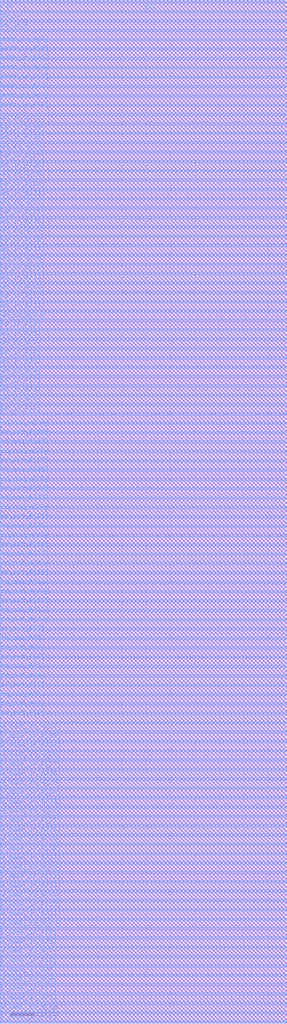
<source format=lef>
# Generated by FakeRAM 2.0
VERSION 5.7 ;
BUSBITCHARS "[]" ;
PROPERTYDEFINITIONS
  MACRO width INTEGER ;
  MACRO depth INTEGER ;
  MACRO banks INTEGER ;
END PROPERTYDEFINITIONS
MACRO fakeram7_dp_256x32
  PROPERTY width 32 ;
  PROPERTY depth 256 ;
  PROPERTY banks 2 ;
  FOREIGN fakeram7_dp_256x32 0 0 ;
  SYMMETRY X Y ;
  SIZE 11.780 BY 42.000 ;
  CLASS BLOCK ;
  PIN w_mask_in_A[0]
    DIRECTION INPUT ;
    USE SIGNAL ;
    SHAPE ABUTMENT ;
    PORT
      LAYER M4 ;
      RECT 0.000 0.048 0.024 0.072 ;
    END
  END w_mask_in_A[0]
  PIN w_mask_in_B[0]
    DIRECTION INPUT ;
    USE SIGNAL ;
    SHAPE ABUTMENT ;
    PORT
      LAYER M4 ;
      RECT 11.756 0.048 11.780 0.072 ;
    END
  END w_mask_in_B[0]
  PIN w_mask_in_A[1]
    DIRECTION INPUT ;
    USE SIGNAL ;
    SHAPE ABUTMENT ;
    PORT
      LAYER M4 ;
      RECT 0.000 0.432 0.024 0.456 ;
    END
  END w_mask_in_A[1]
  PIN w_mask_in_B[1]
    DIRECTION INPUT ;
    USE SIGNAL ;
    SHAPE ABUTMENT ;
    PORT
      LAYER M4 ;
      RECT 11.756 0.432 11.780 0.456 ;
    END
  END w_mask_in_B[1]
  PIN w_mask_in_A[2]
    DIRECTION INPUT ;
    USE SIGNAL ;
    SHAPE ABUTMENT ;
    PORT
      LAYER M4 ;
      RECT 0.000 0.816 0.024 0.840 ;
    END
  END w_mask_in_A[2]
  PIN w_mask_in_B[2]
    DIRECTION INPUT ;
    USE SIGNAL ;
    SHAPE ABUTMENT ;
    PORT
      LAYER M4 ;
      RECT 11.756 0.816 11.780 0.840 ;
    END
  END w_mask_in_B[2]
  PIN w_mask_in_A[3]
    DIRECTION INPUT ;
    USE SIGNAL ;
    SHAPE ABUTMENT ;
    PORT
      LAYER M4 ;
      RECT 0.000 1.200 0.024 1.224 ;
    END
  END w_mask_in_A[3]
  PIN w_mask_in_B[3]
    DIRECTION INPUT ;
    USE SIGNAL ;
    SHAPE ABUTMENT ;
    PORT
      LAYER M4 ;
      RECT 11.756 1.200 11.780 1.224 ;
    END
  END w_mask_in_B[3]
  PIN w_mask_in_A[4]
    DIRECTION INPUT ;
    USE SIGNAL ;
    SHAPE ABUTMENT ;
    PORT
      LAYER M4 ;
      RECT 0.000 1.584 0.024 1.608 ;
    END
  END w_mask_in_A[4]
  PIN w_mask_in_B[4]
    DIRECTION INPUT ;
    USE SIGNAL ;
    SHAPE ABUTMENT ;
    PORT
      LAYER M4 ;
      RECT 11.756 1.584 11.780 1.608 ;
    END
  END w_mask_in_B[4]
  PIN w_mask_in_A[5]
    DIRECTION INPUT ;
    USE SIGNAL ;
    SHAPE ABUTMENT ;
    PORT
      LAYER M4 ;
      RECT 0.000 1.968 0.024 1.992 ;
    END
  END w_mask_in_A[5]
  PIN w_mask_in_B[5]
    DIRECTION INPUT ;
    USE SIGNAL ;
    SHAPE ABUTMENT ;
    PORT
      LAYER M4 ;
      RECT 11.756 1.968 11.780 1.992 ;
    END
  END w_mask_in_B[5]
  PIN w_mask_in_A[6]
    DIRECTION INPUT ;
    USE SIGNAL ;
    SHAPE ABUTMENT ;
    PORT
      LAYER M4 ;
      RECT 0.000 2.352 0.024 2.376 ;
    END
  END w_mask_in_A[6]
  PIN w_mask_in_B[6]
    DIRECTION INPUT ;
    USE SIGNAL ;
    SHAPE ABUTMENT ;
    PORT
      LAYER M4 ;
      RECT 11.756 2.352 11.780 2.376 ;
    END
  END w_mask_in_B[6]
  PIN w_mask_in_A[7]
    DIRECTION INPUT ;
    USE SIGNAL ;
    SHAPE ABUTMENT ;
    PORT
      LAYER M4 ;
      RECT 0.000 2.736 0.024 2.760 ;
    END
  END w_mask_in_A[7]
  PIN w_mask_in_B[7]
    DIRECTION INPUT ;
    USE SIGNAL ;
    SHAPE ABUTMENT ;
    PORT
      LAYER M4 ;
      RECT 11.756 2.736 11.780 2.760 ;
    END
  END w_mask_in_B[7]
  PIN w_mask_in_A[8]
    DIRECTION INPUT ;
    USE SIGNAL ;
    SHAPE ABUTMENT ;
    PORT
      LAYER M4 ;
      RECT 0.000 3.120 0.024 3.144 ;
    END
  END w_mask_in_A[8]
  PIN w_mask_in_B[8]
    DIRECTION INPUT ;
    USE SIGNAL ;
    SHAPE ABUTMENT ;
    PORT
      LAYER M4 ;
      RECT 11.756 3.120 11.780 3.144 ;
    END
  END w_mask_in_B[8]
  PIN w_mask_in_A[9]
    DIRECTION INPUT ;
    USE SIGNAL ;
    SHAPE ABUTMENT ;
    PORT
      LAYER M4 ;
      RECT 0.000 3.504 0.024 3.528 ;
    END
  END w_mask_in_A[9]
  PIN w_mask_in_B[9]
    DIRECTION INPUT ;
    USE SIGNAL ;
    SHAPE ABUTMENT ;
    PORT
      LAYER M4 ;
      RECT 11.756 3.504 11.780 3.528 ;
    END
  END w_mask_in_B[9]
  PIN w_mask_in_A[10]
    DIRECTION INPUT ;
    USE SIGNAL ;
    SHAPE ABUTMENT ;
    PORT
      LAYER M4 ;
      RECT 0.000 3.888 0.024 3.912 ;
    END
  END w_mask_in_A[10]
  PIN w_mask_in_B[10]
    DIRECTION INPUT ;
    USE SIGNAL ;
    SHAPE ABUTMENT ;
    PORT
      LAYER M4 ;
      RECT 11.756 3.888 11.780 3.912 ;
    END
  END w_mask_in_B[10]
  PIN w_mask_in_A[11]
    DIRECTION INPUT ;
    USE SIGNAL ;
    SHAPE ABUTMENT ;
    PORT
      LAYER M4 ;
      RECT 0.000 4.272 0.024 4.296 ;
    END
  END w_mask_in_A[11]
  PIN w_mask_in_B[11]
    DIRECTION INPUT ;
    USE SIGNAL ;
    SHAPE ABUTMENT ;
    PORT
      LAYER M4 ;
      RECT 11.756 4.272 11.780 4.296 ;
    END
  END w_mask_in_B[11]
  PIN w_mask_in_A[12]
    DIRECTION INPUT ;
    USE SIGNAL ;
    SHAPE ABUTMENT ;
    PORT
      LAYER M4 ;
      RECT 0.000 4.656 0.024 4.680 ;
    END
  END w_mask_in_A[12]
  PIN w_mask_in_B[12]
    DIRECTION INPUT ;
    USE SIGNAL ;
    SHAPE ABUTMENT ;
    PORT
      LAYER M4 ;
      RECT 11.756 4.656 11.780 4.680 ;
    END
  END w_mask_in_B[12]
  PIN w_mask_in_A[13]
    DIRECTION INPUT ;
    USE SIGNAL ;
    SHAPE ABUTMENT ;
    PORT
      LAYER M4 ;
      RECT 0.000 5.040 0.024 5.064 ;
    END
  END w_mask_in_A[13]
  PIN w_mask_in_B[13]
    DIRECTION INPUT ;
    USE SIGNAL ;
    SHAPE ABUTMENT ;
    PORT
      LAYER M4 ;
      RECT 11.756 5.040 11.780 5.064 ;
    END
  END w_mask_in_B[13]
  PIN w_mask_in_A[14]
    DIRECTION INPUT ;
    USE SIGNAL ;
    SHAPE ABUTMENT ;
    PORT
      LAYER M4 ;
      RECT 0.000 5.424 0.024 5.448 ;
    END
  END w_mask_in_A[14]
  PIN w_mask_in_B[14]
    DIRECTION INPUT ;
    USE SIGNAL ;
    SHAPE ABUTMENT ;
    PORT
      LAYER M4 ;
      RECT 11.756 5.424 11.780 5.448 ;
    END
  END w_mask_in_B[14]
  PIN w_mask_in_A[15]
    DIRECTION INPUT ;
    USE SIGNAL ;
    SHAPE ABUTMENT ;
    PORT
      LAYER M4 ;
      RECT 0.000 5.808 0.024 5.832 ;
    END
  END w_mask_in_A[15]
  PIN w_mask_in_B[15]
    DIRECTION INPUT ;
    USE SIGNAL ;
    SHAPE ABUTMENT ;
    PORT
      LAYER M4 ;
      RECT 11.756 5.808 11.780 5.832 ;
    END
  END w_mask_in_B[15]
  PIN w_mask_in_A[16]
    DIRECTION INPUT ;
    USE SIGNAL ;
    SHAPE ABUTMENT ;
    PORT
      LAYER M4 ;
      RECT 0.000 6.192 0.024 6.216 ;
    END
  END w_mask_in_A[16]
  PIN w_mask_in_B[16]
    DIRECTION INPUT ;
    USE SIGNAL ;
    SHAPE ABUTMENT ;
    PORT
      LAYER M4 ;
      RECT 11.756 6.192 11.780 6.216 ;
    END
  END w_mask_in_B[16]
  PIN w_mask_in_A[17]
    DIRECTION INPUT ;
    USE SIGNAL ;
    SHAPE ABUTMENT ;
    PORT
      LAYER M4 ;
      RECT 0.000 6.576 0.024 6.600 ;
    END
  END w_mask_in_A[17]
  PIN w_mask_in_B[17]
    DIRECTION INPUT ;
    USE SIGNAL ;
    SHAPE ABUTMENT ;
    PORT
      LAYER M4 ;
      RECT 11.756 6.576 11.780 6.600 ;
    END
  END w_mask_in_B[17]
  PIN w_mask_in_A[18]
    DIRECTION INPUT ;
    USE SIGNAL ;
    SHAPE ABUTMENT ;
    PORT
      LAYER M4 ;
      RECT 0.000 6.960 0.024 6.984 ;
    END
  END w_mask_in_A[18]
  PIN w_mask_in_B[18]
    DIRECTION INPUT ;
    USE SIGNAL ;
    SHAPE ABUTMENT ;
    PORT
      LAYER M4 ;
      RECT 11.756 6.960 11.780 6.984 ;
    END
  END w_mask_in_B[18]
  PIN w_mask_in_A[19]
    DIRECTION INPUT ;
    USE SIGNAL ;
    SHAPE ABUTMENT ;
    PORT
      LAYER M4 ;
      RECT 0.000 7.344 0.024 7.368 ;
    END
  END w_mask_in_A[19]
  PIN w_mask_in_B[19]
    DIRECTION INPUT ;
    USE SIGNAL ;
    SHAPE ABUTMENT ;
    PORT
      LAYER M4 ;
      RECT 11.756 7.344 11.780 7.368 ;
    END
  END w_mask_in_B[19]
  PIN w_mask_in_A[20]
    DIRECTION INPUT ;
    USE SIGNAL ;
    SHAPE ABUTMENT ;
    PORT
      LAYER M4 ;
      RECT 0.000 7.728 0.024 7.752 ;
    END
  END w_mask_in_A[20]
  PIN w_mask_in_B[20]
    DIRECTION INPUT ;
    USE SIGNAL ;
    SHAPE ABUTMENT ;
    PORT
      LAYER M4 ;
      RECT 11.756 7.728 11.780 7.752 ;
    END
  END w_mask_in_B[20]
  PIN w_mask_in_A[21]
    DIRECTION INPUT ;
    USE SIGNAL ;
    SHAPE ABUTMENT ;
    PORT
      LAYER M4 ;
      RECT 0.000 8.112 0.024 8.136 ;
    END
  END w_mask_in_A[21]
  PIN w_mask_in_B[21]
    DIRECTION INPUT ;
    USE SIGNAL ;
    SHAPE ABUTMENT ;
    PORT
      LAYER M4 ;
      RECT 11.756 8.112 11.780 8.136 ;
    END
  END w_mask_in_B[21]
  PIN w_mask_in_A[22]
    DIRECTION INPUT ;
    USE SIGNAL ;
    SHAPE ABUTMENT ;
    PORT
      LAYER M4 ;
      RECT 0.000 8.496 0.024 8.520 ;
    END
  END w_mask_in_A[22]
  PIN w_mask_in_B[22]
    DIRECTION INPUT ;
    USE SIGNAL ;
    SHAPE ABUTMENT ;
    PORT
      LAYER M4 ;
      RECT 11.756 8.496 11.780 8.520 ;
    END
  END w_mask_in_B[22]
  PIN w_mask_in_A[23]
    DIRECTION INPUT ;
    USE SIGNAL ;
    SHAPE ABUTMENT ;
    PORT
      LAYER M4 ;
      RECT 0.000 8.880 0.024 8.904 ;
    END
  END w_mask_in_A[23]
  PIN w_mask_in_B[23]
    DIRECTION INPUT ;
    USE SIGNAL ;
    SHAPE ABUTMENT ;
    PORT
      LAYER M4 ;
      RECT 11.756 8.880 11.780 8.904 ;
    END
  END w_mask_in_B[23]
  PIN w_mask_in_A[24]
    DIRECTION INPUT ;
    USE SIGNAL ;
    SHAPE ABUTMENT ;
    PORT
      LAYER M4 ;
      RECT 0.000 9.264 0.024 9.288 ;
    END
  END w_mask_in_A[24]
  PIN w_mask_in_B[24]
    DIRECTION INPUT ;
    USE SIGNAL ;
    SHAPE ABUTMENT ;
    PORT
      LAYER M4 ;
      RECT 11.756 9.264 11.780 9.288 ;
    END
  END w_mask_in_B[24]
  PIN w_mask_in_A[25]
    DIRECTION INPUT ;
    USE SIGNAL ;
    SHAPE ABUTMENT ;
    PORT
      LAYER M4 ;
      RECT 0.000 9.648 0.024 9.672 ;
    END
  END w_mask_in_A[25]
  PIN w_mask_in_B[25]
    DIRECTION INPUT ;
    USE SIGNAL ;
    SHAPE ABUTMENT ;
    PORT
      LAYER M4 ;
      RECT 11.756 9.648 11.780 9.672 ;
    END
  END w_mask_in_B[25]
  PIN w_mask_in_A[26]
    DIRECTION INPUT ;
    USE SIGNAL ;
    SHAPE ABUTMENT ;
    PORT
      LAYER M4 ;
      RECT 0.000 10.032 0.024 10.056 ;
    END
  END w_mask_in_A[26]
  PIN w_mask_in_B[26]
    DIRECTION INPUT ;
    USE SIGNAL ;
    SHAPE ABUTMENT ;
    PORT
      LAYER M4 ;
      RECT 11.756 10.032 11.780 10.056 ;
    END
  END w_mask_in_B[26]
  PIN w_mask_in_A[27]
    DIRECTION INPUT ;
    USE SIGNAL ;
    SHAPE ABUTMENT ;
    PORT
      LAYER M4 ;
      RECT 0.000 10.416 0.024 10.440 ;
    END
  END w_mask_in_A[27]
  PIN w_mask_in_B[27]
    DIRECTION INPUT ;
    USE SIGNAL ;
    SHAPE ABUTMENT ;
    PORT
      LAYER M4 ;
      RECT 11.756 10.416 11.780 10.440 ;
    END
  END w_mask_in_B[27]
  PIN w_mask_in_A[28]
    DIRECTION INPUT ;
    USE SIGNAL ;
    SHAPE ABUTMENT ;
    PORT
      LAYER M4 ;
      RECT 0.000 10.800 0.024 10.824 ;
    END
  END w_mask_in_A[28]
  PIN w_mask_in_B[28]
    DIRECTION INPUT ;
    USE SIGNAL ;
    SHAPE ABUTMENT ;
    PORT
      LAYER M4 ;
      RECT 11.756 10.800 11.780 10.824 ;
    END
  END w_mask_in_B[28]
  PIN w_mask_in_A[29]
    DIRECTION INPUT ;
    USE SIGNAL ;
    SHAPE ABUTMENT ;
    PORT
      LAYER M4 ;
      RECT 0.000 11.184 0.024 11.208 ;
    END
  END w_mask_in_A[29]
  PIN w_mask_in_B[29]
    DIRECTION INPUT ;
    USE SIGNAL ;
    SHAPE ABUTMENT ;
    PORT
      LAYER M4 ;
      RECT 11.756 11.184 11.780 11.208 ;
    END
  END w_mask_in_B[29]
  PIN w_mask_in_A[30]
    DIRECTION INPUT ;
    USE SIGNAL ;
    SHAPE ABUTMENT ;
    PORT
      LAYER M4 ;
      RECT 0.000 11.568 0.024 11.592 ;
    END
  END w_mask_in_A[30]
  PIN w_mask_in_B[30]
    DIRECTION INPUT ;
    USE SIGNAL ;
    SHAPE ABUTMENT ;
    PORT
      LAYER M4 ;
      RECT 11.756 11.568 11.780 11.592 ;
    END
  END w_mask_in_B[30]
  PIN w_mask_in_A[31]
    DIRECTION INPUT ;
    USE SIGNAL ;
    SHAPE ABUTMENT ;
    PORT
      LAYER M4 ;
      RECT 0.000 11.952 0.024 11.976 ;
    END
  END w_mask_in_A[31]
  PIN w_mask_in_B[31]
    DIRECTION INPUT ;
    USE SIGNAL ;
    SHAPE ABUTMENT ;
    PORT
      LAYER M4 ;
      RECT 11.756 11.952 11.780 11.976 ;
    END
  END w_mask_in_B[31]
  PIN rd_out_A[0]
    DIRECTION OUTPUT ;
    USE SIGNAL ;
    SHAPE ABUTMENT ;
    PORT
      LAYER M4 ;
      RECT 0.000 12.528 0.024 12.552 ;
    END
  END rd_out_A[0]
  PIN rd_out_B[0]
    DIRECTION OUTPUT ;
    USE SIGNAL ;
    SHAPE ABUTMENT ;
    PORT
      LAYER M4 ;
      RECT 11.756 12.528 11.780 12.552 ;
    END
  END rd_out_B[0]
  PIN rd_out_A[1]
    DIRECTION OUTPUT ;
    USE SIGNAL ;
    SHAPE ABUTMENT ;
    PORT
      LAYER M4 ;
      RECT 0.000 12.912 0.024 12.936 ;
    END
  END rd_out_A[1]
  PIN rd_out_B[1]
    DIRECTION OUTPUT ;
    USE SIGNAL ;
    SHAPE ABUTMENT ;
    PORT
      LAYER M4 ;
      RECT 11.756 12.912 11.780 12.936 ;
    END
  END rd_out_B[1]
  PIN rd_out_A[2]
    DIRECTION OUTPUT ;
    USE SIGNAL ;
    SHAPE ABUTMENT ;
    PORT
      LAYER M4 ;
      RECT 0.000 13.296 0.024 13.320 ;
    END
  END rd_out_A[2]
  PIN rd_out_B[2]
    DIRECTION OUTPUT ;
    USE SIGNAL ;
    SHAPE ABUTMENT ;
    PORT
      LAYER M4 ;
      RECT 11.756 13.296 11.780 13.320 ;
    END
  END rd_out_B[2]
  PIN rd_out_A[3]
    DIRECTION OUTPUT ;
    USE SIGNAL ;
    SHAPE ABUTMENT ;
    PORT
      LAYER M4 ;
      RECT 0.000 13.680 0.024 13.704 ;
    END
  END rd_out_A[3]
  PIN rd_out_B[3]
    DIRECTION OUTPUT ;
    USE SIGNAL ;
    SHAPE ABUTMENT ;
    PORT
      LAYER M4 ;
      RECT 11.756 13.680 11.780 13.704 ;
    END
  END rd_out_B[3]
  PIN rd_out_A[4]
    DIRECTION OUTPUT ;
    USE SIGNAL ;
    SHAPE ABUTMENT ;
    PORT
      LAYER M4 ;
      RECT 0.000 14.064 0.024 14.088 ;
    END
  END rd_out_A[4]
  PIN rd_out_B[4]
    DIRECTION OUTPUT ;
    USE SIGNAL ;
    SHAPE ABUTMENT ;
    PORT
      LAYER M4 ;
      RECT 11.756 14.064 11.780 14.088 ;
    END
  END rd_out_B[4]
  PIN rd_out_A[5]
    DIRECTION OUTPUT ;
    USE SIGNAL ;
    SHAPE ABUTMENT ;
    PORT
      LAYER M4 ;
      RECT 0.000 14.448 0.024 14.472 ;
    END
  END rd_out_A[5]
  PIN rd_out_B[5]
    DIRECTION OUTPUT ;
    USE SIGNAL ;
    SHAPE ABUTMENT ;
    PORT
      LAYER M4 ;
      RECT 11.756 14.448 11.780 14.472 ;
    END
  END rd_out_B[5]
  PIN rd_out_A[6]
    DIRECTION OUTPUT ;
    USE SIGNAL ;
    SHAPE ABUTMENT ;
    PORT
      LAYER M4 ;
      RECT 0.000 14.832 0.024 14.856 ;
    END
  END rd_out_A[6]
  PIN rd_out_B[6]
    DIRECTION OUTPUT ;
    USE SIGNAL ;
    SHAPE ABUTMENT ;
    PORT
      LAYER M4 ;
      RECT 11.756 14.832 11.780 14.856 ;
    END
  END rd_out_B[6]
  PIN rd_out_A[7]
    DIRECTION OUTPUT ;
    USE SIGNAL ;
    SHAPE ABUTMENT ;
    PORT
      LAYER M4 ;
      RECT 0.000 15.216 0.024 15.240 ;
    END
  END rd_out_A[7]
  PIN rd_out_B[7]
    DIRECTION OUTPUT ;
    USE SIGNAL ;
    SHAPE ABUTMENT ;
    PORT
      LAYER M4 ;
      RECT 11.756 15.216 11.780 15.240 ;
    END
  END rd_out_B[7]
  PIN rd_out_A[8]
    DIRECTION OUTPUT ;
    USE SIGNAL ;
    SHAPE ABUTMENT ;
    PORT
      LAYER M4 ;
      RECT 0.000 15.600 0.024 15.624 ;
    END
  END rd_out_A[8]
  PIN rd_out_B[8]
    DIRECTION OUTPUT ;
    USE SIGNAL ;
    SHAPE ABUTMENT ;
    PORT
      LAYER M4 ;
      RECT 11.756 15.600 11.780 15.624 ;
    END
  END rd_out_B[8]
  PIN rd_out_A[9]
    DIRECTION OUTPUT ;
    USE SIGNAL ;
    SHAPE ABUTMENT ;
    PORT
      LAYER M4 ;
      RECT 0.000 15.984 0.024 16.008 ;
    END
  END rd_out_A[9]
  PIN rd_out_B[9]
    DIRECTION OUTPUT ;
    USE SIGNAL ;
    SHAPE ABUTMENT ;
    PORT
      LAYER M4 ;
      RECT 11.756 15.984 11.780 16.008 ;
    END
  END rd_out_B[9]
  PIN rd_out_A[10]
    DIRECTION OUTPUT ;
    USE SIGNAL ;
    SHAPE ABUTMENT ;
    PORT
      LAYER M4 ;
      RECT 0.000 16.368 0.024 16.392 ;
    END
  END rd_out_A[10]
  PIN rd_out_B[10]
    DIRECTION OUTPUT ;
    USE SIGNAL ;
    SHAPE ABUTMENT ;
    PORT
      LAYER M4 ;
      RECT 11.756 16.368 11.780 16.392 ;
    END
  END rd_out_B[10]
  PIN rd_out_A[11]
    DIRECTION OUTPUT ;
    USE SIGNAL ;
    SHAPE ABUTMENT ;
    PORT
      LAYER M4 ;
      RECT 0.000 16.752 0.024 16.776 ;
    END
  END rd_out_A[11]
  PIN rd_out_B[11]
    DIRECTION OUTPUT ;
    USE SIGNAL ;
    SHAPE ABUTMENT ;
    PORT
      LAYER M4 ;
      RECT 11.756 16.752 11.780 16.776 ;
    END
  END rd_out_B[11]
  PIN rd_out_A[12]
    DIRECTION OUTPUT ;
    USE SIGNAL ;
    SHAPE ABUTMENT ;
    PORT
      LAYER M4 ;
      RECT 0.000 17.136 0.024 17.160 ;
    END
  END rd_out_A[12]
  PIN rd_out_B[12]
    DIRECTION OUTPUT ;
    USE SIGNAL ;
    SHAPE ABUTMENT ;
    PORT
      LAYER M4 ;
      RECT 11.756 17.136 11.780 17.160 ;
    END
  END rd_out_B[12]
  PIN rd_out_A[13]
    DIRECTION OUTPUT ;
    USE SIGNAL ;
    SHAPE ABUTMENT ;
    PORT
      LAYER M4 ;
      RECT 0.000 17.520 0.024 17.544 ;
    END
  END rd_out_A[13]
  PIN rd_out_B[13]
    DIRECTION OUTPUT ;
    USE SIGNAL ;
    SHAPE ABUTMENT ;
    PORT
      LAYER M4 ;
      RECT 11.756 17.520 11.780 17.544 ;
    END
  END rd_out_B[13]
  PIN rd_out_A[14]
    DIRECTION OUTPUT ;
    USE SIGNAL ;
    SHAPE ABUTMENT ;
    PORT
      LAYER M4 ;
      RECT 0.000 17.904 0.024 17.928 ;
    END
  END rd_out_A[14]
  PIN rd_out_B[14]
    DIRECTION OUTPUT ;
    USE SIGNAL ;
    SHAPE ABUTMENT ;
    PORT
      LAYER M4 ;
      RECT 11.756 17.904 11.780 17.928 ;
    END
  END rd_out_B[14]
  PIN rd_out_A[15]
    DIRECTION OUTPUT ;
    USE SIGNAL ;
    SHAPE ABUTMENT ;
    PORT
      LAYER M4 ;
      RECT 0.000 18.288 0.024 18.312 ;
    END
  END rd_out_A[15]
  PIN rd_out_B[15]
    DIRECTION OUTPUT ;
    USE SIGNAL ;
    SHAPE ABUTMENT ;
    PORT
      LAYER M4 ;
      RECT 11.756 18.288 11.780 18.312 ;
    END
  END rd_out_B[15]
  PIN rd_out_A[16]
    DIRECTION OUTPUT ;
    USE SIGNAL ;
    SHAPE ABUTMENT ;
    PORT
      LAYER M4 ;
      RECT 0.000 18.672 0.024 18.696 ;
    END
  END rd_out_A[16]
  PIN rd_out_B[16]
    DIRECTION OUTPUT ;
    USE SIGNAL ;
    SHAPE ABUTMENT ;
    PORT
      LAYER M4 ;
      RECT 11.756 18.672 11.780 18.696 ;
    END
  END rd_out_B[16]
  PIN rd_out_A[17]
    DIRECTION OUTPUT ;
    USE SIGNAL ;
    SHAPE ABUTMENT ;
    PORT
      LAYER M4 ;
      RECT 0.000 19.056 0.024 19.080 ;
    END
  END rd_out_A[17]
  PIN rd_out_B[17]
    DIRECTION OUTPUT ;
    USE SIGNAL ;
    SHAPE ABUTMENT ;
    PORT
      LAYER M4 ;
      RECT 11.756 19.056 11.780 19.080 ;
    END
  END rd_out_B[17]
  PIN rd_out_A[18]
    DIRECTION OUTPUT ;
    USE SIGNAL ;
    SHAPE ABUTMENT ;
    PORT
      LAYER M4 ;
      RECT 0.000 19.440 0.024 19.464 ;
    END
  END rd_out_A[18]
  PIN rd_out_B[18]
    DIRECTION OUTPUT ;
    USE SIGNAL ;
    SHAPE ABUTMENT ;
    PORT
      LAYER M4 ;
      RECT 11.756 19.440 11.780 19.464 ;
    END
  END rd_out_B[18]
  PIN rd_out_A[19]
    DIRECTION OUTPUT ;
    USE SIGNAL ;
    SHAPE ABUTMENT ;
    PORT
      LAYER M4 ;
      RECT 0.000 19.824 0.024 19.848 ;
    END
  END rd_out_A[19]
  PIN rd_out_B[19]
    DIRECTION OUTPUT ;
    USE SIGNAL ;
    SHAPE ABUTMENT ;
    PORT
      LAYER M4 ;
      RECT 11.756 19.824 11.780 19.848 ;
    END
  END rd_out_B[19]
  PIN rd_out_A[20]
    DIRECTION OUTPUT ;
    USE SIGNAL ;
    SHAPE ABUTMENT ;
    PORT
      LAYER M4 ;
      RECT 0.000 20.208 0.024 20.232 ;
    END
  END rd_out_A[20]
  PIN rd_out_B[20]
    DIRECTION OUTPUT ;
    USE SIGNAL ;
    SHAPE ABUTMENT ;
    PORT
      LAYER M4 ;
      RECT 11.756 20.208 11.780 20.232 ;
    END
  END rd_out_B[20]
  PIN rd_out_A[21]
    DIRECTION OUTPUT ;
    USE SIGNAL ;
    SHAPE ABUTMENT ;
    PORT
      LAYER M4 ;
      RECT 0.000 20.592 0.024 20.616 ;
    END
  END rd_out_A[21]
  PIN rd_out_B[21]
    DIRECTION OUTPUT ;
    USE SIGNAL ;
    SHAPE ABUTMENT ;
    PORT
      LAYER M4 ;
      RECT 11.756 20.592 11.780 20.616 ;
    END
  END rd_out_B[21]
  PIN rd_out_A[22]
    DIRECTION OUTPUT ;
    USE SIGNAL ;
    SHAPE ABUTMENT ;
    PORT
      LAYER M4 ;
      RECT 0.000 20.976 0.024 21.000 ;
    END
  END rd_out_A[22]
  PIN rd_out_B[22]
    DIRECTION OUTPUT ;
    USE SIGNAL ;
    SHAPE ABUTMENT ;
    PORT
      LAYER M4 ;
      RECT 11.756 20.976 11.780 21.000 ;
    END
  END rd_out_B[22]
  PIN rd_out_A[23]
    DIRECTION OUTPUT ;
    USE SIGNAL ;
    SHAPE ABUTMENT ;
    PORT
      LAYER M4 ;
      RECT 0.000 21.360 0.024 21.384 ;
    END
  END rd_out_A[23]
  PIN rd_out_B[23]
    DIRECTION OUTPUT ;
    USE SIGNAL ;
    SHAPE ABUTMENT ;
    PORT
      LAYER M4 ;
      RECT 11.756 21.360 11.780 21.384 ;
    END
  END rd_out_B[23]
  PIN rd_out_A[24]
    DIRECTION OUTPUT ;
    USE SIGNAL ;
    SHAPE ABUTMENT ;
    PORT
      LAYER M4 ;
      RECT 0.000 21.744 0.024 21.768 ;
    END
  END rd_out_A[24]
  PIN rd_out_B[24]
    DIRECTION OUTPUT ;
    USE SIGNAL ;
    SHAPE ABUTMENT ;
    PORT
      LAYER M4 ;
      RECT 11.756 21.744 11.780 21.768 ;
    END
  END rd_out_B[24]
  PIN rd_out_A[25]
    DIRECTION OUTPUT ;
    USE SIGNAL ;
    SHAPE ABUTMENT ;
    PORT
      LAYER M4 ;
      RECT 0.000 22.128 0.024 22.152 ;
    END
  END rd_out_A[25]
  PIN rd_out_B[25]
    DIRECTION OUTPUT ;
    USE SIGNAL ;
    SHAPE ABUTMENT ;
    PORT
      LAYER M4 ;
      RECT 11.756 22.128 11.780 22.152 ;
    END
  END rd_out_B[25]
  PIN rd_out_A[26]
    DIRECTION OUTPUT ;
    USE SIGNAL ;
    SHAPE ABUTMENT ;
    PORT
      LAYER M4 ;
      RECT 0.000 22.512 0.024 22.536 ;
    END
  END rd_out_A[26]
  PIN rd_out_B[26]
    DIRECTION OUTPUT ;
    USE SIGNAL ;
    SHAPE ABUTMENT ;
    PORT
      LAYER M4 ;
      RECT 11.756 22.512 11.780 22.536 ;
    END
  END rd_out_B[26]
  PIN rd_out_A[27]
    DIRECTION OUTPUT ;
    USE SIGNAL ;
    SHAPE ABUTMENT ;
    PORT
      LAYER M4 ;
      RECT 0.000 22.896 0.024 22.920 ;
    END
  END rd_out_A[27]
  PIN rd_out_B[27]
    DIRECTION OUTPUT ;
    USE SIGNAL ;
    SHAPE ABUTMENT ;
    PORT
      LAYER M4 ;
      RECT 11.756 22.896 11.780 22.920 ;
    END
  END rd_out_B[27]
  PIN rd_out_A[28]
    DIRECTION OUTPUT ;
    USE SIGNAL ;
    SHAPE ABUTMENT ;
    PORT
      LAYER M4 ;
      RECT 0.000 23.280 0.024 23.304 ;
    END
  END rd_out_A[28]
  PIN rd_out_B[28]
    DIRECTION OUTPUT ;
    USE SIGNAL ;
    SHAPE ABUTMENT ;
    PORT
      LAYER M4 ;
      RECT 11.756 23.280 11.780 23.304 ;
    END
  END rd_out_B[28]
  PIN rd_out_A[29]
    DIRECTION OUTPUT ;
    USE SIGNAL ;
    SHAPE ABUTMENT ;
    PORT
      LAYER M4 ;
      RECT 0.000 23.664 0.024 23.688 ;
    END
  END rd_out_A[29]
  PIN rd_out_B[29]
    DIRECTION OUTPUT ;
    USE SIGNAL ;
    SHAPE ABUTMENT ;
    PORT
      LAYER M4 ;
      RECT 11.756 23.664 11.780 23.688 ;
    END
  END rd_out_B[29]
  PIN rd_out_A[30]
    DIRECTION OUTPUT ;
    USE SIGNAL ;
    SHAPE ABUTMENT ;
    PORT
      LAYER M4 ;
      RECT 0.000 24.048 0.024 24.072 ;
    END
  END rd_out_A[30]
  PIN rd_out_B[30]
    DIRECTION OUTPUT ;
    USE SIGNAL ;
    SHAPE ABUTMENT ;
    PORT
      LAYER M4 ;
      RECT 11.756 24.048 11.780 24.072 ;
    END
  END rd_out_B[30]
  PIN rd_out_A[31]
    DIRECTION OUTPUT ;
    USE SIGNAL ;
    SHAPE ABUTMENT ;
    PORT
      LAYER M4 ;
      RECT 0.000 24.432 0.024 24.456 ;
    END
  END rd_out_A[31]
  PIN rd_out_B[31]
    DIRECTION OUTPUT ;
    USE SIGNAL ;
    SHAPE ABUTMENT ;
    PORT
      LAYER M4 ;
      RECT 11.756 24.432 11.780 24.456 ;
    END
  END rd_out_B[31]
  PIN wd_in_A[0]
    DIRECTION INPUT ;
    USE SIGNAL ;
    SHAPE ABUTMENT ;
    PORT
      LAYER M4 ;
      RECT 0.000 25.008 0.024 25.032 ;
    END
  END wd_in_A[0]
  PIN wd_in_B[0]
    DIRECTION INPUT ;
    USE SIGNAL ;
    SHAPE ABUTMENT ;
    PORT
      LAYER M4 ;
      RECT 11.756 25.008 11.780 25.032 ;
    END
  END wd_in_B[0]
  PIN wd_in_A[1]
    DIRECTION INPUT ;
    USE SIGNAL ;
    SHAPE ABUTMENT ;
    PORT
      LAYER M4 ;
      RECT 0.000 25.392 0.024 25.416 ;
    END
  END wd_in_A[1]
  PIN wd_in_B[1]
    DIRECTION INPUT ;
    USE SIGNAL ;
    SHAPE ABUTMENT ;
    PORT
      LAYER M4 ;
      RECT 11.756 25.392 11.780 25.416 ;
    END
  END wd_in_B[1]
  PIN wd_in_A[2]
    DIRECTION INPUT ;
    USE SIGNAL ;
    SHAPE ABUTMENT ;
    PORT
      LAYER M4 ;
      RECT 0.000 25.776 0.024 25.800 ;
    END
  END wd_in_A[2]
  PIN wd_in_B[2]
    DIRECTION INPUT ;
    USE SIGNAL ;
    SHAPE ABUTMENT ;
    PORT
      LAYER M4 ;
      RECT 11.756 25.776 11.780 25.800 ;
    END
  END wd_in_B[2]
  PIN wd_in_A[3]
    DIRECTION INPUT ;
    USE SIGNAL ;
    SHAPE ABUTMENT ;
    PORT
      LAYER M4 ;
      RECT 0.000 26.160 0.024 26.184 ;
    END
  END wd_in_A[3]
  PIN wd_in_B[3]
    DIRECTION INPUT ;
    USE SIGNAL ;
    SHAPE ABUTMENT ;
    PORT
      LAYER M4 ;
      RECT 11.756 26.160 11.780 26.184 ;
    END
  END wd_in_B[3]
  PIN wd_in_A[4]
    DIRECTION INPUT ;
    USE SIGNAL ;
    SHAPE ABUTMENT ;
    PORT
      LAYER M4 ;
      RECT 0.000 26.544 0.024 26.568 ;
    END
  END wd_in_A[4]
  PIN wd_in_B[4]
    DIRECTION INPUT ;
    USE SIGNAL ;
    SHAPE ABUTMENT ;
    PORT
      LAYER M4 ;
      RECT 11.756 26.544 11.780 26.568 ;
    END
  END wd_in_B[4]
  PIN wd_in_A[5]
    DIRECTION INPUT ;
    USE SIGNAL ;
    SHAPE ABUTMENT ;
    PORT
      LAYER M4 ;
      RECT 0.000 26.928 0.024 26.952 ;
    END
  END wd_in_A[5]
  PIN wd_in_B[5]
    DIRECTION INPUT ;
    USE SIGNAL ;
    SHAPE ABUTMENT ;
    PORT
      LAYER M4 ;
      RECT 11.756 26.928 11.780 26.952 ;
    END
  END wd_in_B[5]
  PIN wd_in_A[6]
    DIRECTION INPUT ;
    USE SIGNAL ;
    SHAPE ABUTMENT ;
    PORT
      LAYER M4 ;
      RECT 0.000 27.312 0.024 27.336 ;
    END
  END wd_in_A[6]
  PIN wd_in_B[6]
    DIRECTION INPUT ;
    USE SIGNAL ;
    SHAPE ABUTMENT ;
    PORT
      LAYER M4 ;
      RECT 11.756 27.312 11.780 27.336 ;
    END
  END wd_in_B[6]
  PIN wd_in_A[7]
    DIRECTION INPUT ;
    USE SIGNAL ;
    SHAPE ABUTMENT ;
    PORT
      LAYER M4 ;
      RECT 0.000 27.696 0.024 27.720 ;
    END
  END wd_in_A[7]
  PIN wd_in_B[7]
    DIRECTION INPUT ;
    USE SIGNAL ;
    SHAPE ABUTMENT ;
    PORT
      LAYER M4 ;
      RECT 11.756 27.696 11.780 27.720 ;
    END
  END wd_in_B[7]
  PIN wd_in_A[8]
    DIRECTION INPUT ;
    USE SIGNAL ;
    SHAPE ABUTMENT ;
    PORT
      LAYER M4 ;
      RECT 0.000 28.080 0.024 28.104 ;
    END
  END wd_in_A[8]
  PIN wd_in_B[8]
    DIRECTION INPUT ;
    USE SIGNAL ;
    SHAPE ABUTMENT ;
    PORT
      LAYER M4 ;
      RECT 11.756 28.080 11.780 28.104 ;
    END
  END wd_in_B[8]
  PIN wd_in_A[9]
    DIRECTION INPUT ;
    USE SIGNAL ;
    SHAPE ABUTMENT ;
    PORT
      LAYER M4 ;
      RECT 0.000 28.464 0.024 28.488 ;
    END
  END wd_in_A[9]
  PIN wd_in_B[9]
    DIRECTION INPUT ;
    USE SIGNAL ;
    SHAPE ABUTMENT ;
    PORT
      LAYER M4 ;
      RECT 11.756 28.464 11.780 28.488 ;
    END
  END wd_in_B[9]
  PIN wd_in_A[10]
    DIRECTION INPUT ;
    USE SIGNAL ;
    SHAPE ABUTMENT ;
    PORT
      LAYER M4 ;
      RECT 0.000 28.848 0.024 28.872 ;
    END
  END wd_in_A[10]
  PIN wd_in_B[10]
    DIRECTION INPUT ;
    USE SIGNAL ;
    SHAPE ABUTMENT ;
    PORT
      LAYER M4 ;
      RECT 11.756 28.848 11.780 28.872 ;
    END
  END wd_in_B[10]
  PIN wd_in_A[11]
    DIRECTION INPUT ;
    USE SIGNAL ;
    SHAPE ABUTMENT ;
    PORT
      LAYER M4 ;
      RECT 0.000 29.232 0.024 29.256 ;
    END
  END wd_in_A[11]
  PIN wd_in_B[11]
    DIRECTION INPUT ;
    USE SIGNAL ;
    SHAPE ABUTMENT ;
    PORT
      LAYER M4 ;
      RECT 11.756 29.232 11.780 29.256 ;
    END
  END wd_in_B[11]
  PIN wd_in_A[12]
    DIRECTION INPUT ;
    USE SIGNAL ;
    SHAPE ABUTMENT ;
    PORT
      LAYER M4 ;
      RECT 0.000 29.616 0.024 29.640 ;
    END
  END wd_in_A[12]
  PIN wd_in_B[12]
    DIRECTION INPUT ;
    USE SIGNAL ;
    SHAPE ABUTMENT ;
    PORT
      LAYER M4 ;
      RECT 11.756 29.616 11.780 29.640 ;
    END
  END wd_in_B[12]
  PIN wd_in_A[13]
    DIRECTION INPUT ;
    USE SIGNAL ;
    SHAPE ABUTMENT ;
    PORT
      LAYER M4 ;
      RECT 0.000 30.000 0.024 30.024 ;
    END
  END wd_in_A[13]
  PIN wd_in_B[13]
    DIRECTION INPUT ;
    USE SIGNAL ;
    SHAPE ABUTMENT ;
    PORT
      LAYER M4 ;
      RECT 11.756 30.000 11.780 30.024 ;
    END
  END wd_in_B[13]
  PIN wd_in_A[14]
    DIRECTION INPUT ;
    USE SIGNAL ;
    SHAPE ABUTMENT ;
    PORT
      LAYER M4 ;
      RECT 0.000 30.384 0.024 30.408 ;
    END
  END wd_in_A[14]
  PIN wd_in_B[14]
    DIRECTION INPUT ;
    USE SIGNAL ;
    SHAPE ABUTMENT ;
    PORT
      LAYER M4 ;
      RECT 11.756 30.384 11.780 30.408 ;
    END
  END wd_in_B[14]
  PIN wd_in_A[15]
    DIRECTION INPUT ;
    USE SIGNAL ;
    SHAPE ABUTMENT ;
    PORT
      LAYER M4 ;
      RECT 0.000 30.768 0.024 30.792 ;
    END
  END wd_in_A[15]
  PIN wd_in_B[15]
    DIRECTION INPUT ;
    USE SIGNAL ;
    SHAPE ABUTMENT ;
    PORT
      LAYER M4 ;
      RECT 11.756 30.768 11.780 30.792 ;
    END
  END wd_in_B[15]
  PIN wd_in_A[16]
    DIRECTION INPUT ;
    USE SIGNAL ;
    SHAPE ABUTMENT ;
    PORT
      LAYER M4 ;
      RECT 0.000 31.152 0.024 31.176 ;
    END
  END wd_in_A[16]
  PIN wd_in_B[16]
    DIRECTION INPUT ;
    USE SIGNAL ;
    SHAPE ABUTMENT ;
    PORT
      LAYER M4 ;
      RECT 11.756 31.152 11.780 31.176 ;
    END
  END wd_in_B[16]
  PIN wd_in_A[17]
    DIRECTION INPUT ;
    USE SIGNAL ;
    SHAPE ABUTMENT ;
    PORT
      LAYER M4 ;
      RECT 0.000 31.536 0.024 31.560 ;
    END
  END wd_in_A[17]
  PIN wd_in_B[17]
    DIRECTION INPUT ;
    USE SIGNAL ;
    SHAPE ABUTMENT ;
    PORT
      LAYER M4 ;
      RECT 11.756 31.536 11.780 31.560 ;
    END
  END wd_in_B[17]
  PIN wd_in_A[18]
    DIRECTION INPUT ;
    USE SIGNAL ;
    SHAPE ABUTMENT ;
    PORT
      LAYER M4 ;
      RECT 0.000 31.920 0.024 31.944 ;
    END
  END wd_in_A[18]
  PIN wd_in_B[18]
    DIRECTION INPUT ;
    USE SIGNAL ;
    SHAPE ABUTMENT ;
    PORT
      LAYER M4 ;
      RECT 11.756 31.920 11.780 31.944 ;
    END
  END wd_in_B[18]
  PIN wd_in_A[19]
    DIRECTION INPUT ;
    USE SIGNAL ;
    SHAPE ABUTMENT ;
    PORT
      LAYER M4 ;
      RECT 0.000 32.304 0.024 32.328 ;
    END
  END wd_in_A[19]
  PIN wd_in_B[19]
    DIRECTION INPUT ;
    USE SIGNAL ;
    SHAPE ABUTMENT ;
    PORT
      LAYER M4 ;
      RECT 11.756 32.304 11.780 32.328 ;
    END
  END wd_in_B[19]
  PIN wd_in_A[20]
    DIRECTION INPUT ;
    USE SIGNAL ;
    SHAPE ABUTMENT ;
    PORT
      LAYER M4 ;
      RECT 0.000 32.688 0.024 32.712 ;
    END
  END wd_in_A[20]
  PIN wd_in_B[20]
    DIRECTION INPUT ;
    USE SIGNAL ;
    SHAPE ABUTMENT ;
    PORT
      LAYER M4 ;
      RECT 11.756 32.688 11.780 32.712 ;
    END
  END wd_in_B[20]
  PIN wd_in_A[21]
    DIRECTION INPUT ;
    USE SIGNAL ;
    SHAPE ABUTMENT ;
    PORT
      LAYER M4 ;
      RECT 0.000 33.072 0.024 33.096 ;
    END
  END wd_in_A[21]
  PIN wd_in_B[21]
    DIRECTION INPUT ;
    USE SIGNAL ;
    SHAPE ABUTMENT ;
    PORT
      LAYER M4 ;
      RECT 11.756 33.072 11.780 33.096 ;
    END
  END wd_in_B[21]
  PIN wd_in_A[22]
    DIRECTION INPUT ;
    USE SIGNAL ;
    SHAPE ABUTMENT ;
    PORT
      LAYER M4 ;
      RECT 0.000 33.456 0.024 33.480 ;
    END
  END wd_in_A[22]
  PIN wd_in_B[22]
    DIRECTION INPUT ;
    USE SIGNAL ;
    SHAPE ABUTMENT ;
    PORT
      LAYER M4 ;
      RECT 11.756 33.456 11.780 33.480 ;
    END
  END wd_in_B[22]
  PIN wd_in_A[23]
    DIRECTION INPUT ;
    USE SIGNAL ;
    SHAPE ABUTMENT ;
    PORT
      LAYER M4 ;
      RECT 0.000 33.840 0.024 33.864 ;
    END
  END wd_in_A[23]
  PIN wd_in_B[23]
    DIRECTION INPUT ;
    USE SIGNAL ;
    SHAPE ABUTMENT ;
    PORT
      LAYER M4 ;
      RECT 11.756 33.840 11.780 33.864 ;
    END
  END wd_in_B[23]
  PIN wd_in_A[24]
    DIRECTION INPUT ;
    USE SIGNAL ;
    SHAPE ABUTMENT ;
    PORT
      LAYER M4 ;
      RECT 0.000 34.224 0.024 34.248 ;
    END
  END wd_in_A[24]
  PIN wd_in_B[24]
    DIRECTION INPUT ;
    USE SIGNAL ;
    SHAPE ABUTMENT ;
    PORT
      LAYER M4 ;
      RECT 11.756 34.224 11.780 34.248 ;
    END
  END wd_in_B[24]
  PIN wd_in_A[25]
    DIRECTION INPUT ;
    USE SIGNAL ;
    SHAPE ABUTMENT ;
    PORT
      LAYER M4 ;
      RECT 0.000 34.608 0.024 34.632 ;
    END
  END wd_in_A[25]
  PIN wd_in_B[25]
    DIRECTION INPUT ;
    USE SIGNAL ;
    SHAPE ABUTMENT ;
    PORT
      LAYER M4 ;
      RECT 11.756 34.608 11.780 34.632 ;
    END
  END wd_in_B[25]
  PIN wd_in_A[26]
    DIRECTION INPUT ;
    USE SIGNAL ;
    SHAPE ABUTMENT ;
    PORT
      LAYER M4 ;
      RECT 0.000 34.992 0.024 35.016 ;
    END
  END wd_in_A[26]
  PIN wd_in_B[26]
    DIRECTION INPUT ;
    USE SIGNAL ;
    SHAPE ABUTMENT ;
    PORT
      LAYER M4 ;
      RECT 11.756 34.992 11.780 35.016 ;
    END
  END wd_in_B[26]
  PIN wd_in_A[27]
    DIRECTION INPUT ;
    USE SIGNAL ;
    SHAPE ABUTMENT ;
    PORT
      LAYER M4 ;
      RECT 0.000 35.376 0.024 35.400 ;
    END
  END wd_in_A[27]
  PIN wd_in_B[27]
    DIRECTION INPUT ;
    USE SIGNAL ;
    SHAPE ABUTMENT ;
    PORT
      LAYER M4 ;
      RECT 11.756 35.376 11.780 35.400 ;
    END
  END wd_in_B[27]
  PIN wd_in_A[28]
    DIRECTION INPUT ;
    USE SIGNAL ;
    SHAPE ABUTMENT ;
    PORT
      LAYER M4 ;
      RECT 0.000 35.760 0.024 35.784 ;
    END
  END wd_in_A[28]
  PIN wd_in_B[28]
    DIRECTION INPUT ;
    USE SIGNAL ;
    SHAPE ABUTMENT ;
    PORT
      LAYER M4 ;
      RECT 11.756 35.760 11.780 35.784 ;
    END
  END wd_in_B[28]
  PIN wd_in_A[29]
    DIRECTION INPUT ;
    USE SIGNAL ;
    SHAPE ABUTMENT ;
    PORT
      LAYER M4 ;
      RECT 0.000 36.144 0.024 36.168 ;
    END
  END wd_in_A[29]
  PIN wd_in_B[29]
    DIRECTION INPUT ;
    USE SIGNAL ;
    SHAPE ABUTMENT ;
    PORT
      LAYER M4 ;
      RECT 11.756 36.144 11.780 36.168 ;
    END
  END wd_in_B[29]
  PIN wd_in_A[30]
    DIRECTION INPUT ;
    USE SIGNAL ;
    SHAPE ABUTMENT ;
    PORT
      LAYER M4 ;
      RECT 0.000 36.528 0.024 36.552 ;
    END
  END wd_in_A[30]
  PIN wd_in_B[30]
    DIRECTION INPUT ;
    USE SIGNAL ;
    SHAPE ABUTMENT ;
    PORT
      LAYER M4 ;
      RECT 11.756 36.528 11.780 36.552 ;
    END
  END wd_in_B[30]
  PIN wd_in_A[31]
    DIRECTION INPUT ;
    USE SIGNAL ;
    SHAPE ABUTMENT ;
    PORT
      LAYER M4 ;
      RECT 0.000 36.912 0.024 36.936 ;
    END
  END wd_in_A[31]
  PIN wd_in_B[31]
    DIRECTION INPUT ;
    USE SIGNAL ;
    SHAPE ABUTMENT ;
    PORT
      LAYER M4 ;
      RECT 11.756 36.912 11.780 36.936 ;
    END
  END wd_in_B[31]
  PIN addr_in_A[0]
    DIRECTION INPUT ;
    USE SIGNAL ;
    SHAPE ABUTMENT ;
    PORT
      LAYER M4 ;
      RECT 0.000 37.488 0.024 37.512 ;
    END
  END addr_in_A[0]
  PIN addr_in_B[0]
    DIRECTION INPUT ;
    USE SIGNAL ;
    SHAPE ABUTMENT ;
    PORT
      LAYER M4 ;
      RECT 11.756 37.488 11.780 37.512 ;
    END
  END addr_in_B[0]
  PIN addr_in_A[1]
    DIRECTION INPUT ;
    USE SIGNAL ;
    SHAPE ABUTMENT ;
    PORT
      LAYER M4 ;
      RECT 0.000 37.872 0.024 37.896 ;
    END
  END addr_in_A[1]
  PIN addr_in_B[1]
    DIRECTION INPUT ;
    USE SIGNAL ;
    SHAPE ABUTMENT ;
    PORT
      LAYER M4 ;
      RECT 11.756 37.872 11.780 37.896 ;
    END
  END addr_in_B[1]
  PIN addr_in_A[2]
    DIRECTION INPUT ;
    USE SIGNAL ;
    SHAPE ABUTMENT ;
    PORT
      LAYER M4 ;
      RECT 0.000 38.256 0.024 38.280 ;
    END
  END addr_in_A[2]
  PIN addr_in_B[2]
    DIRECTION INPUT ;
    USE SIGNAL ;
    SHAPE ABUTMENT ;
    PORT
      LAYER M4 ;
      RECT 11.756 38.256 11.780 38.280 ;
    END
  END addr_in_B[2]
  PIN addr_in_A[3]
    DIRECTION INPUT ;
    USE SIGNAL ;
    SHAPE ABUTMENT ;
    PORT
      LAYER M4 ;
      RECT 0.000 38.640 0.024 38.664 ;
    END
  END addr_in_A[3]
  PIN addr_in_B[3]
    DIRECTION INPUT ;
    USE SIGNAL ;
    SHAPE ABUTMENT ;
    PORT
      LAYER M4 ;
      RECT 11.756 38.640 11.780 38.664 ;
    END
  END addr_in_B[3]
  PIN addr_in_A[4]
    DIRECTION INPUT ;
    USE SIGNAL ;
    SHAPE ABUTMENT ;
    PORT
      LAYER M4 ;
      RECT 0.000 39.024 0.024 39.048 ;
    END
  END addr_in_A[4]
  PIN addr_in_B[4]
    DIRECTION INPUT ;
    USE SIGNAL ;
    SHAPE ABUTMENT ;
    PORT
      LAYER M4 ;
      RECT 11.756 39.024 11.780 39.048 ;
    END
  END addr_in_B[4]
  PIN addr_in_A[5]
    DIRECTION INPUT ;
    USE SIGNAL ;
    SHAPE ABUTMENT ;
    PORT
      LAYER M4 ;
      RECT 0.000 39.408 0.024 39.432 ;
    END
  END addr_in_A[5]
  PIN addr_in_B[5]
    DIRECTION INPUT ;
    USE SIGNAL ;
    SHAPE ABUTMENT ;
    PORT
      LAYER M4 ;
      RECT 11.756 39.408 11.780 39.432 ;
    END
  END addr_in_B[5]
  PIN addr_in_A[6]
    DIRECTION INPUT ;
    USE SIGNAL ;
    SHAPE ABUTMENT ;
    PORT
      LAYER M4 ;
      RECT 0.000 39.792 0.024 39.816 ;
    END
  END addr_in_A[6]
  PIN addr_in_B[6]
    DIRECTION INPUT ;
    USE SIGNAL ;
    SHAPE ABUTMENT ;
    PORT
      LAYER M4 ;
      RECT 11.756 39.792 11.780 39.816 ;
    END
  END addr_in_B[6]
  PIN addr_in_A[7]
    DIRECTION INPUT ;
    USE SIGNAL ;
    SHAPE ABUTMENT ;
    PORT
      LAYER M4 ;
      RECT 0.000 40.176 0.024 40.200 ;
    END
  END addr_in_A[7]
  PIN addr_in_B[7]
    DIRECTION INPUT ;
    USE SIGNAL ;
    SHAPE ABUTMENT ;
    PORT
      LAYER M4 ;
      RECT 11.756 40.176 11.780 40.200 ;
    END
  END addr_in_B[7]
  PIN we_in_A
    DIRECTION INPUT ;
    USE SIGNAL ;
    SHAPE ABUTMENT ;
    PORT
      LAYER M4 ;
      RECT 0.000 40.752 0.024 40.776 ;
    END
  END we_in_A
  PIN we_in_B
    DIRECTION INPUT ;
    USE SIGNAL ;
    SHAPE ABUTMENT ;
    PORT
      LAYER M4 ;
      RECT 11.756 40.752 11.780 40.776 ;
    END
  END we_in_B
  PIN ce_in
    DIRECTION INPUT ;
    USE SIGNAL ;
    SHAPE ABUTMENT ;
    PORT
      LAYER M4 ;
      RECT 0.000 41.136 0.024 41.160 ;
    END
  END ce_in
  PIN clk
    DIRECTION INPUT ;
    USE SIGNAL ;
    SHAPE ABUTMENT ;
    PORT
      LAYER M4 ;
      RECT 0.000 41.520 0.024 41.544 ;
    END
  END clk
  PIN VSS
    DIRECTION INOUT ;
    USE GROUND ;
    PORT
      LAYER M4 ;
      RECT 0.048 0.000 11.732 0.096 ;
      RECT 0.048 0.768 11.732 0.864 ;
      RECT 0.048 1.536 11.732 1.632 ;
      RECT 0.048 2.304 11.732 2.400 ;
      RECT 0.048 3.072 11.732 3.168 ;
      RECT 0.048 3.840 11.732 3.936 ;
      RECT 0.048 4.608 11.732 4.704 ;
      RECT 0.048 5.376 11.732 5.472 ;
      RECT 0.048 6.144 11.732 6.240 ;
      RECT 0.048 6.912 11.732 7.008 ;
      RECT 0.048 7.680 11.732 7.776 ;
      RECT 0.048 8.448 11.732 8.544 ;
      RECT 0.048 9.216 11.732 9.312 ;
      RECT 0.048 9.984 11.732 10.080 ;
      RECT 0.048 10.752 11.732 10.848 ;
      RECT 0.048 11.520 11.732 11.616 ;
      RECT 0.048 12.288 11.732 12.384 ;
      RECT 0.048 13.056 11.732 13.152 ;
      RECT 0.048 13.824 11.732 13.920 ;
      RECT 0.048 14.592 11.732 14.688 ;
      RECT 0.048 15.360 11.732 15.456 ;
      RECT 0.048 16.128 11.732 16.224 ;
      RECT 0.048 16.896 11.732 16.992 ;
      RECT 0.048 17.664 11.732 17.760 ;
      RECT 0.048 18.432 11.732 18.528 ;
      RECT 0.048 19.200 11.732 19.296 ;
      RECT 0.048 19.968 11.732 20.064 ;
      RECT 0.048 20.736 11.732 20.832 ;
      RECT 0.048 21.504 11.732 21.600 ;
      RECT 0.048 22.272 11.732 22.368 ;
      RECT 0.048 23.040 11.732 23.136 ;
      RECT 0.048 23.808 11.732 23.904 ;
      RECT 0.048 24.576 11.732 24.672 ;
      RECT 0.048 25.344 11.732 25.440 ;
      RECT 0.048 26.112 11.732 26.208 ;
      RECT 0.048 26.880 11.732 26.976 ;
      RECT 0.048 27.648 11.732 27.744 ;
      RECT 0.048 28.416 11.732 28.512 ;
      RECT 0.048 29.184 11.732 29.280 ;
      RECT 0.048 29.952 11.732 30.048 ;
      RECT 0.048 30.720 11.732 30.816 ;
      RECT 0.048 31.488 11.732 31.584 ;
      RECT 0.048 32.256 11.732 32.352 ;
      RECT 0.048 33.024 11.732 33.120 ;
      RECT 0.048 33.792 11.732 33.888 ;
      RECT 0.048 34.560 11.732 34.656 ;
      RECT 0.048 35.328 11.732 35.424 ;
      RECT 0.048 36.096 11.732 36.192 ;
      RECT 0.048 36.864 11.732 36.960 ;
      RECT 0.048 37.632 11.732 37.728 ;
      RECT 0.048 38.400 11.732 38.496 ;
      RECT 0.048 39.168 11.732 39.264 ;
      RECT 0.048 39.936 11.732 40.032 ;
      RECT 0.048 40.704 11.732 40.800 ;
      RECT 0.048 41.472 11.732 41.568 ;
    END
  END VSS
  PIN VDD
    DIRECTION INOUT ;
    USE POWER ;
    PORT
      LAYER M4 ;
      RECT 0.048 0.384 11.732 0.480 ;
      RECT 0.048 1.152 11.732 1.248 ;
      RECT 0.048 1.920 11.732 2.016 ;
      RECT 0.048 2.688 11.732 2.784 ;
      RECT 0.048 3.456 11.732 3.552 ;
      RECT 0.048 4.224 11.732 4.320 ;
      RECT 0.048 4.992 11.732 5.088 ;
      RECT 0.048 5.760 11.732 5.856 ;
      RECT 0.048 6.528 11.732 6.624 ;
      RECT 0.048 7.296 11.732 7.392 ;
      RECT 0.048 8.064 11.732 8.160 ;
      RECT 0.048 8.832 11.732 8.928 ;
      RECT 0.048 9.600 11.732 9.696 ;
      RECT 0.048 10.368 11.732 10.464 ;
      RECT 0.048 11.136 11.732 11.232 ;
      RECT 0.048 11.904 11.732 12.000 ;
      RECT 0.048 12.672 11.732 12.768 ;
      RECT 0.048 13.440 11.732 13.536 ;
      RECT 0.048 14.208 11.732 14.304 ;
      RECT 0.048 14.976 11.732 15.072 ;
      RECT 0.048 15.744 11.732 15.840 ;
      RECT 0.048 16.512 11.732 16.608 ;
      RECT 0.048 17.280 11.732 17.376 ;
      RECT 0.048 18.048 11.732 18.144 ;
      RECT 0.048 18.816 11.732 18.912 ;
      RECT 0.048 19.584 11.732 19.680 ;
      RECT 0.048 20.352 11.732 20.448 ;
      RECT 0.048 21.120 11.732 21.216 ;
      RECT 0.048 21.888 11.732 21.984 ;
      RECT 0.048 22.656 11.732 22.752 ;
      RECT 0.048 23.424 11.732 23.520 ;
      RECT 0.048 24.192 11.732 24.288 ;
      RECT 0.048 24.960 11.732 25.056 ;
      RECT 0.048 25.728 11.732 25.824 ;
      RECT 0.048 26.496 11.732 26.592 ;
      RECT 0.048 27.264 11.732 27.360 ;
      RECT 0.048 28.032 11.732 28.128 ;
      RECT 0.048 28.800 11.732 28.896 ;
      RECT 0.048 29.568 11.732 29.664 ;
      RECT 0.048 30.336 11.732 30.432 ;
      RECT 0.048 31.104 11.732 31.200 ;
      RECT 0.048 31.872 11.732 31.968 ;
      RECT 0.048 32.640 11.732 32.736 ;
      RECT 0.048 33.408 11.732 33.504 ;
      RECT 0.048 34.176 11.732 34.272 ;
      RECT 0.048 34.944 11.732 35.040 ;
      RECT 0.048 35.712 11.732 35.808 ;
      RECT 0.048 36.480 11.732 36.576 ;
      RECT 0.048 37.248 11.732 37.344 ;
      RECT 0.048 38.016 11.732 38.112 ;
      RECT 0.048 38.784 11.732 38.880 ;
      RECT 0.048 39.552 11.732 39.648 ;
      RECT 0.048 40.320 11.732 40.416 ;
      RECT 0.048 41.088 11.732 41.184 ;
      RECT 0.048 41.856 11.732 41.952 ;
    END
  END VDD
  OBS
    LAYER M1 ;
    RECT 0 0 11.780 42.000 ;
    LAYER M2 ;
    RECT 0 0 11.780 42.000 ;
    LAYER M3 ;
    RECT 0 0 11.780 42.000 ;
    LAYER M4 ;
    RECT 0 0 11.780 42.000 ;
  END
END fakeram7_dp_256x32

END LIBRARY

</source>
